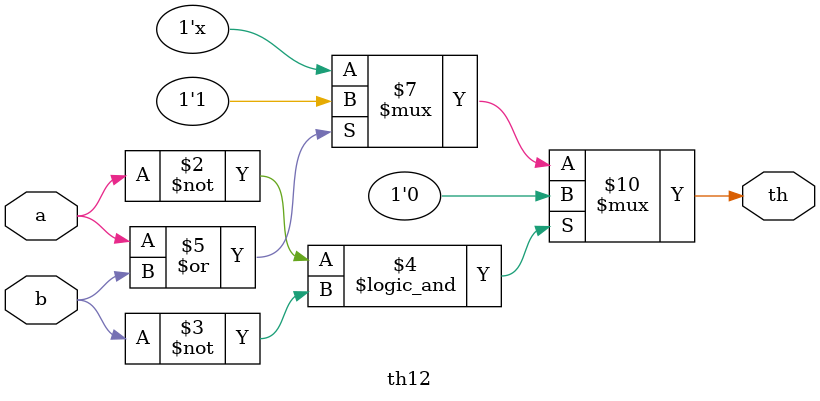
<source format=v>
module th12(a, b, th);

input wire a, b;
output reg th;

initial th <= 1'b0;

always @(a or b) begin
	if((a==1'b0)&&(b==1'b0)) begin
		#10 th <= 1'b0;
	end else if(a|b) begin
		#10 th <= 1'b1;
	end
end

endmodule

</source>
